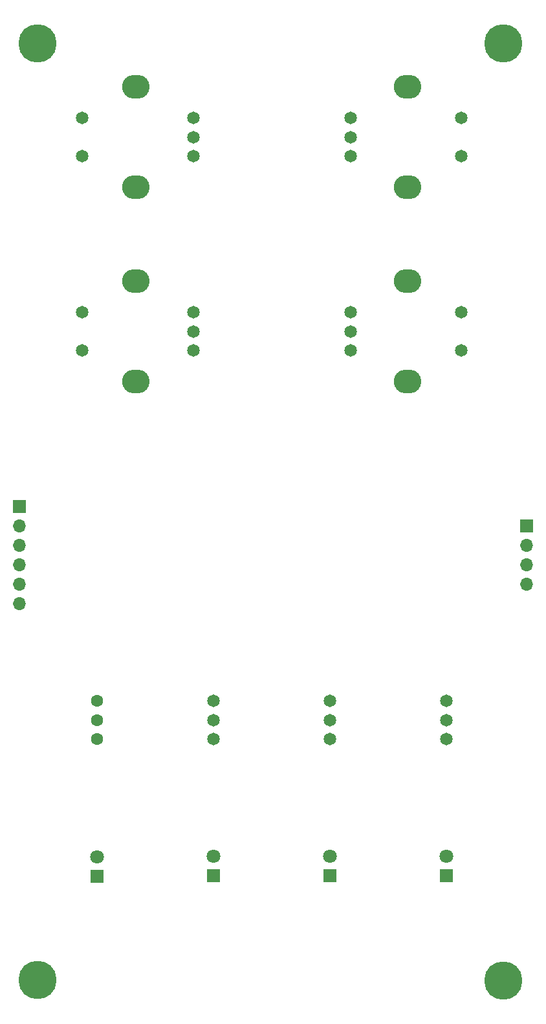
<source format=gbr>
%TF.GenerationSoftware,KiCad,Pcbnew,(6.0.11)*%
%TF.CreationDate,2023-04-05T13:23:01-07:00*%
%TF.ProjectId,IOBoard_ATSAMD21,494f426f-6172-4645-9f41-5453414d4432,rev?*%
%TF.SameCoordinates,Original*%
%TF.FileFunction,Soldermask,Bot*%
%TF.FilePolarity,Negative*%
%FSLAX46Y46*%
G04 Gerber Fmt 4.6, Leading zero omitted, Abs format (unit mm)*
G04 Created by KiCad (PCBNEW (6.0.11)) date 2023-04-05 13:23:01*
%MOMM*%
%LPD*%
G01*
G04 APERTURE LIST*
%ADD10C,5.000000*%
%ADD11C,1.650000*%
%ADD12R,1.800000X1.800000*%
%ADD13C,1.800000*%
%ADD14O,3.600000X3.100000*%
%ADD15R,1.700000X1.700000*%
%ADD16O,1.700000X1.700000*%
%ADD17C,1.600000*%
G04 APERTURE END LIST*
D10*
%TO.C,H2*%
X118410000Y-53000000D03*
%TD*%
D11*
%TO.C,SW2*%
X80480000Y-141440000D03*
X80480000Y-138940000D03*
X80480000Y-143940000D03*
%TD*%
D12*
%TO.C,D1*%
X65240000Y-161880000D03*
D13*
X65240000Y-159340000D03*
%TD*%
D11*
%TO.C,ENC3*%
X98380000Y-88140000D03*
X98380000Y-93140000D03*
X98380000Y-90640000D03*
X112880000Y-88140000D03*
X112880000Y-93140000D03*
D14*
X105880000Y-97240000D03*
X105880000Y-84040000D03*
%TD*%
D15*
%TO.C,J1*%
X55080000Y-113500000D03*
D16*
X55080000Y-116040000D03*
X55080000Y-118580000D03*
X55080000Y-121120000D03*
X55080000Y-123660000D03*
X55080000Y-126200000D03*
%TD*%
D10*
%TO.C,H4*%
X118410000Y-175500000D03*
%TD*%
D12*
%TO.C,D3*%
X95720000Y-161760000D03*
D13*
X95720000Y-159220000D03*
%TD*%
D12*
%TO.C,D2*%
X80480000Y-161760000D03*
D13*
X80480000Y-159220000D03*
%TD*%
D17*
%TO.C,SW1*%
X65240000Y-141440000D03*
X65240000Y-138940000D03*
X65240000Y-143940000D03*
%TD*%
D15*
%TO.C,J2*%
X121437500Y-116040000D03*
D16*
X121437500Y-118580000D03*
X121437500Y-121120000D03*
X121437500Y-123660000D03*
%TD*%
D11*
%TO.C,ENC0*%
X77820000Y-93140000D03*
X77820000Y-88140000D03*
X77820000Y-90640000D03*
X63320000Y-93140000D03*
X63320000Y-88140000D03*
D14*
X70320000Y-84040000D03*
X70320000Y-97240000D03*
%TD*%
D11*
%TO.C,ENC1*%
X77820000Y-67740000D03*
X77820000Y-62740000D03*
X77820000Y-65240000D03*
X63320000Y-67740000D03*
X63320000Y-62740000D03*
D14*
X70320000Y-71840000D03*
X70320000Y-58640000D03*
%TD*%
D10*
%TO.C,H3*%
X57450000Y-175428000D03*
%TD*%
D11*
%TO.C,SW4*%
X110960000Y-141440000D03*
X110960000Y-138940000D03*
X110960000Y-143940000D03*
%TD*%
%TO.C,SW3*%
X95720000Y-141440000D03*
X95720000Y-138940000D03*
X95720000Y-143940000D03*
%TD*%
D10*
%TO.C,H1*%
X57450000Y-53000000D03*
%TD*%
D12*
%TO.C,D4*%
X110960000Y-161760000D03*
D13*
X110960000Y-159220000D03*
%TD*%
D11*
%TO.C,ENC2*%
X98380000Y-62740000D03*
X98380000Y-67740000D03*
X98380000Y-65240000D03*
X112880000Y-62740000D03*
X112880000Y-67740000D03*
D14*
X105880000Y-71840000D03*
X105880000Y-58640000D03*
%TD*%
M02*

</source>
